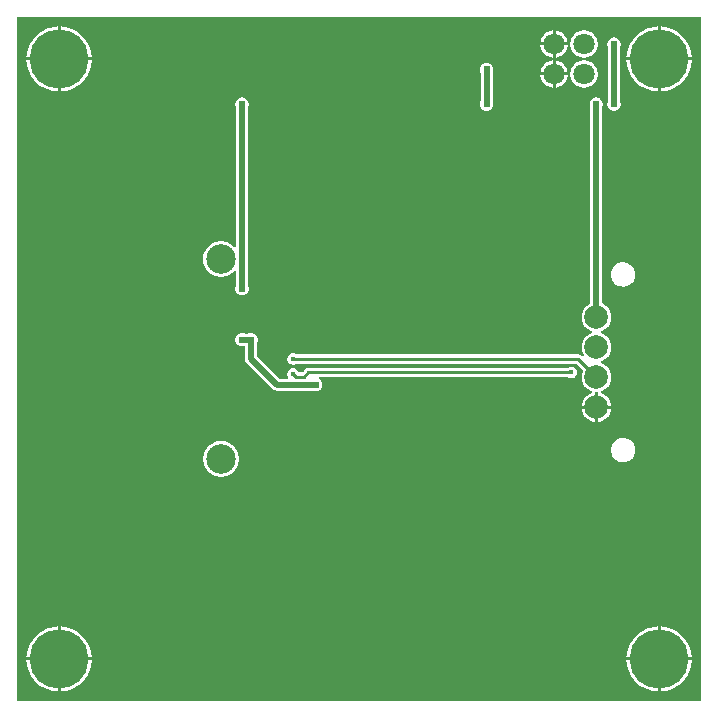
<source format=gbl>
G04 Layer: BottomLayer*
G04 Panelize: , Column: 2, Row: 2, Board Size: 58.42mm x 58.42mm, Panelized Board Size: 118.84mm x 118.84mm*
G04 EasyEDA v6.5.34, 2023-08-21 18:11:39*
G04 e033e4da8f4f40f2a2828097716e79b9,5a6b42c53f6a479593ecc07194224c93,10*
G04 Gerber Generator version 0.2*
G04 Scale: 100 percent, Rotated: No, Reflected: No *
G04 Dimensions in millimeters *
G04 leading zeros omitted , absolute positions ,4 integer and 5 decimal *
%FSLAX45Y45*%
%MOMM*%

%ADD10C,0.2540*%
%ADD11C,0.5000*%
%ADD12C,5.0000*%
%ADD13C,2.0000*%
%ADD14C,1.8000*%
%ADD15C,2.5000*%
%ADD16C,0.6096*%
%ADD17C,0.6100*%
%ADD18C,0.4500*%
%ADD19C,0.0107*%

%LPD*%
G36*
X5805932Y25908D02*
G01*
X36068Y26416D01*
X32156Y27178D01*
X28905Y29362D01*
X26670Y32664D01*
X25908Y36576D01*
X25908Y5805932D01*
X26670Y5809843D01*
X28905Y5813094D01*
X32156Y5815330D01*
X36068Y5816092D01*
X5805932Y5816092D01*
X5809843Y5815330D01*
X5813094Y5813094D01*
X5815330Y5809843D01*
X5816092Y5805932D01*
X5816092Y36068D01*
X5815330Y32207D01*
X5813094Y28905D01*
X5809843Y26670D01*
G37*

%LPC*%
G36*
X4584700Y5600700D02*
G01*
X4687112Y5600700D01*
X4686960Y5602528D01*
X4684268Y5616803D01*
X4679746Y5630672D01*
X4673549Y5643829D01*
X4665776Y5656122D01*
X4656480Y5667349D01*
X4645863Y5677306D01*
X4634077Y5685840D01*
X4621326Y5692851D01*
X4607814Y5698236D01*
X4593691Y5701842D01*
X4584700Y5702960D01*
G37*
G36*
X393700Y105562D02*
G01*
X398322Y105664D01*
X421284Y108051D01*
X443992Y112369D01*
X466242Y118618D01*
X487934Y126644D01*
X508812Y136499D01*
X528828Y148031D01*
X547827Y161239D01*
X565607Y175971D01*
X582117Y192125D01*
X597204Y209600D01*
X610819Y228295D01*
X622757Y248107D01*
X633018Y268782D01*
X641553Y290271D01*
X648208Y312369D01*
X653034Y334975D01*
X655929Y357936D01*
X656336Y368300D01*
X393700Y368300D01*
G37*
G36*
X5448300Y105613D02*
G01*
X5448300Y368300D01*
X5185410Y368300D01*
X5187289Y346405D01*
X5191150Y323646D01*
X5196890Y301244D01*
X5204460Y279450D01*
X5213858Y258317D01*
X5224983Y238099D01*
X5237784Y218846D01*
X5252161Y200710D01*
X5267960Y183896D01*
X5285130Y168402D01*
X5303520Y154432D01*
X5323027Y142087D01*
X5343499Y131368D01*
X5364835Y122428D01*
X5386781Y115265D01*
X5409285Y109982D01*
X5432145Y106629D01*
G37*
G36*
X368300Y105613D02*
G01*
X368300Y368300D01*
X105410Y368300D01*
X107289Y346405D01*
X111150Y323646D01*
X116890Y301244D01*
X124460Y279450D01*
X133858Y258317D01*
X144983Y238099D01*
X157784Y218846D01*
X172161Y200710D01*
X187960Y183896D01*
X205130Y168402D01*
X223520Y154432D01*
X243027Y142087D01*
X263499Y131368D01*
X284835Y122428D01*
X306781Y115265D01*
X329285Y109982D01*
X352145Y106629D01*
G37*
G36*
X5473700Y393700D02*
G01*
X5736336Y393700D01*
X5735929Y404063D01*
X5733034Y427024D01*
X5728208Y449630D01*
X5721553Y471728D01*
X5713018Y493217D01*
X5702757Y513892D01*
X5690819Y533704D01*
X5677204Y552348D01*
X5662117Y569874D01*
X5645607Y586028D01*
X5627827Y600760D01*
X5608828Y613968D01*
X5588812Y625500D01*
X5567934Y635355D01*
X5546242Y643382D01*
X5523992Y649630D01*
X5501284Y653948D01*
X5478322Y656336D01*
X5473700Y656437D01*
G37*
G36*
X393700Y393700D02*
G01*
X656336Y393700D01*
X655929Y404063D01*
X653034Y427024D01*
X648208Y449630D01*
X641553Y471728D01*
X633018Y493217D01*
X622757Y513892D01*
X610819Y533704D01*
X597204Y552348D01*
X582117Y569874D01*
X565607Y586028D01*
X547827Y600760D01*
X528828Y613968D01*
X508812Y625500D01*
X487934Y635355D01*
X466242Y643382D01*
X443992Y649630D01*
X421284Y653948D01*
X398322Y656336D01*
X393700Y656437D01*
G37*
G36*
X5185410Y393700D02*
G01*
X5448300Y393700D01*
X5448300Y656386D01*
X5432145Y655370D01*
X5409285Y652018D01*
X5386781Y646734D01*
X5364835Y639572D01*
X5343499Y630631D01*
X5323027Y619912D01*
X5303520Y607568D01*
X5285130Y593598D01*
X5267960Y578104D01*
X5252161Y561289D01*
X5237784Y543153D01*
X5224983Y523900D01*
X5213858Y503682D01*
X5204460Y482549D01*
X5196890Y460756D01*
X5191150Y438353D01*
X5187289Y415594D01*
G37*
G36*
X105410Y393700D02*
G01*
X368300Y393700D01*
X368300Y656386D01*
X352145Y655370D01*
X329285Y652018D01*
X306781Y646734D01*
X284835Y639572D01*
X263499Y630631D01*
X243027Y619912D01*
X223520Y607568D01*
X205130Y593598D01*
X187960Y578104D01*
X172161Y561289D01*
X157784Y543153D01*
X144983Y523900D01*
X133858Y503682D01*
X124460Y482549D01*
X116890Y460756D01*
X111150Y438353D01*
X107289Y415594D01*
G37*
G36*
X1752600Y1924812D02*
G01*
X1769516Y1925726D01*
X1786178Y1928571D01*
X1802434Y1933244D01*
X1818081Y1939747D01*
X1832864Y1947925D01*
X1846681Y1957730D01*
X1859280Y1969007D01*
X1870557Y1981606D01*
X1880362Y1995424D01*
X1888540Y2010206D01*
X1895043Y2025853D01*
X1899716Y2042109D01*
X1902561Y2058771D01*
X1903475Y2075688D01*
X1902561Y2092604D01*
X1899716Y2109266D01*
X1895043Y2125522D01*
X1888540Y2141169D01*
X1880362Y2155952D01*
X1870557Y2169769D01*
X1859280Y2182368D01*
X1846681Y2193645D01*
X1832864Y2203450D01*
X1818081Y2211628D01*
X1802434Y2218131D01*
X1786178Y2222804D01*
X1769516Y2225649D01*
X1752600Y2226564D01*
X1735734Y2225649D01*
X1719021Y2222804D01*
X1702765Y2218131D01*
X1687118Y2211628D01*
X1672336Y2203450D01*
X1658518Y2193645D01*
X1645920Y2182368D01*
X1634642Y2169769D01*
X1624838Y2155952D01*
X1616659Y2141169D01*
X1610207Y2125522D01*
X1605483Y2109266D01*
X1602689Y2092604D01*
X1601724Y2075688D01*
X1602689Y2058771D01*
X1605483Y2042109D01*
X1610207Y2025853D01*
X1616659Y2010206D01*
X1624838Y1995424D01*
X1634642Y1981606D01*
X1645920Y1969007D01*
X1658518Y1957730D01*
X1672336Y1947925D01*
X1687118Y1939747D01*
X1702765Y1933244D01*
X1719021Y1928571D01*
X1735734Y1925726D01*
G37*
G36*
X5152745Y2046274D02*
G01*
X5166563Y2046732D01*
X5180177Y2049018D01*
X5193385Y2053132D01*
X5205933Y2058924D01*
X5217566Y2066391D01*
X5228082Y2075281D01*
X5237378Y2085543D01*
X5245201Y2096922D01*
X5251399Y2109216D01*
X5255920Y2122271D01*
X5258663Y2135835D01*
X5259628Y2149602D01*
X5258663Y2163368D01*
X5255920Y2176932D01*
X5251399Y2189937D01*
X5245201Y2202281D01*
X5237378Y2213660D01*
X5228082Y2223922D01*
X5217566Y2232812D01*
X5205933Y2240280D01*
X5193385Y2246071D01*
X5180177Y2250186D01*
X5166563Y2252472D01*
X5152745Y2252929D01*
X5139029Y2251557D01*
X5125618Y2248357D01*
X5112715Y2243378D01*
X5100574Y2236724D01*
X5089499Y2228545D01*
X5079542Y2218944D01*
X5071008Y2208123D01*
X5063947Y2196236D01*
X5058562Y2183536D01*
X5054904Y2170176D01*
X5053076Y2156510D01*
X5053076Y2142693D01*
X5054904Y2129028D01*
X5058562Y2115667D01*
X5063947Y2102967D01*
X5071008Y2091080D01*
X5079542Y2080260D01*
X5089499Y2070658D01*
X5100574Y2062480D01*
X5112715Y2055825D01*
X5125618Y2050846D01*
X5139029Y2047646D01*
G37*
G36*
X4943906Y2387041D02*
G01*
X4946396Y2387193D01*
X4961331Y2389936D01*
X4975860Y2394458D01*
X4989728Y2400706D01*
X5002733Y2408580D01*
X5014722Y2417927D01*
X5025440Y2428697D01*
X5034838Y2440635D01*
X5042662Y2453690D01*
X5048910Y2467508D01*
X5053431Y2482037D01*
X5056174Y2496972D01*
X5056327Y2499461D01*
X4943906Y2499461D01*
G37*
G36*
X4918506Y2387041D02*
G01*
X4918506Y2499461D01*
X4806086Y2499461D01*
X4806238Y2496972D01*
X4808982Y2482037D01*
X4813503Y2467508D01*
X4819751Y2453690D01*
X4827625Y2440635D01*
X4836972Y2428697D01*
X4847742Y2417927D01*
X4859680Y2408580D01*
X4872736Y2400706D01*
X4886553Y2394458D01*
X4901082Y2389936D01*
X4916017Y2387193D01*
G37*
G36*
X4806086Y2524861D02*
G01*
X4918506Y2524861D01*
X4918506Y2630271D01*
X4919268Y2634132D01*
X4921504Y2637434D01*
X4924806Y2639618D01*
X4928666Y2640431D01*
X4933746Y2640431D01*
X4937658Y2639618D01*
X4940960Y2637434D01*
X4943144Y2634132D01*
X4943906Y2630271D01*
X4943906Y2524861D01*
X5056327Y2524861D01*
X5056174Y2527350D01*
X5053431Y2542286D01*
X5048910Y2556814D01*
X5042662Y2570683D01*
X5034838Y2583688D01*
X5025440Y2595626D01*
X5014722Y2606395D01*
X5002733Y2615793D01*
X4989728Y2623616D01*
X4975809Y2629916D01*
X4972659Y2632151D01*
X4970526Y2635351D01*
X4969814Y2639161D01*
X4970526Y2642971D01*
X4972659Y2646222D01*
X4975809Y2648458D01*
X4989728Y2654706D01*
X5002733Y2662580D01*
X5014722Y2671927D01*
X5025440Y2682697D01*
X5034838Y2694635D01*
X5042662Y2707690D01*
X5048910Y2721508D01*
X5053431Y2736037D01*
X5056174Y2750972D01*
X5057089Y2766161D01*
X5056174Y2781350D01*
X5053431Y2796286D01*
X5048910Y2810814D01*
X5042662Y2824683D01*
X5034838Y2837688D01*
X5025440Y2849626D01*
X5014722Y2860395D01*
X5002733Y2869793D01*
X4989728Y2877616D01*
X4975809Y2883916D01*
X4972659Y2886151D01*
X4970526Y2889351D01*
X4969814Y2893161D01*
X4970526Y2896971D01*
X4972659Y2900222D01*
X4975809Y2902458D01*
X4989728Y2908706D01*
X5002733Y2916580D01*
X5014722Y2925927D01*
X5025440Y2936697D01*
X5034838Y2948635D01*
X5042662Y2961690D01*
X5048910Y2975508D01*
X5053431Y2990037D01*
X5056174Y3004972D01*
X5057089Y3020161D01*
X5056174Y3035350D01*
X5053431Y3050286D01*
X5048910Y3064814D01*
X5042662Y3078683D01*
X5034838Y3091688D01*
X5025440Y3103626D01*
X5014722Y3114395D01*
X5002733Y3123793D01*
X4989728Y3131616D01*
X4975809Y3137916D01*
X4972659Y3140151D01*
X4970526Y3143351D01*
X4969814Y3147161D01*
X4970526Y3150971D01*
X4972659Y3154222D01*
X4975809Y3156458D01*
X4989728Y3162706D01*
X5002733Y3170580D01*
X5014722Y3179927D01*
X5025440Y3190697D01*
X5034838Y3202635D01*
X5042662Y3215690D01*
X5048910Y3229508D01*
X5053431Y3244037D01*
X5056174Y3258972D01*
X5057089Y3274161D01*
X5056174Y3289350D01*
X5053431Y3304286D01*
X5048910Y3318814D01*
X5042662Y3332683D01*
X5034838Y3345687D01*
X5025440Y3357626D01*
X5014722Y3368395D01*
X5002733Y3377793D01*
X4989728Y3385616D01*
X4988102Y3386378D01*
X4984953Y3388614D01*
X4982870Y3391814D01*
X4982108Y3395624D01*
X4982108Y5059680D01*
X4982464Y5062270D01*
X4984597Y5070195D01*
X4985461Y5080000D01*
X4984597Y5089753D01*
X4982057Y5099253D01*
X4977892Y5108143D01*
X4972253Y5116220D01*
X4965293Y5123129D01*
X4957267Y5128768D01*
X4948377Y5132933D01*
X4938877Y5135473D01*
X4929073Y5136337D01*
X4919319Y5135473D01*
X4909820Y5132933D01*
X4900930Y5128768D01*
X4892852Y5123129D01*
X4885944Y5116220D01*
X4880305Y5108143D01*
X4876139Y5099253D01*
X4873599Y5089753D01*
X4872736Y5080000D01*
X4873599Y5070195D01*
X4876139Y5060696D01*
X4879340Y5053838D01*
X4880305Y5049520D01*
X4880305Y3395624D01*
X4879543Y3391814D01*
X4877460Y3388563D01*
X4859680Y3377793D01*
X4847742Y3368395D01*
X4836972Y3357626D01*
X4827625Y3345687D01*
X4819751Y3332683D01*
X4813503Y3318814D01*
X4808982Y3304286D01*
X4806238Y3289350D01*
X4805324Y3274161D01*
X4806238Y3258972D01*
X4808982Y3244037D01*
X4813503Y3229508D01*
X4819751Y3215690D01*
X4827625Y3202635D01*
X4836972Y3190697D01*
X4847742Y3179927D01*
X4859680Y3170580D01*
X4872736Y3162706D01*
X4886655Y3156458D01*
X4889804Y3154222D01*
X4891887Y3150971D01*
X4892649Y3147161D01*
X4891887Y3143351D01*
X4889804Y3140151D01*
X4886655Y3137916D01*
X4872736Y3131616D01*
X4859680Y3123793D01*
X4847742Y3114395D01*
X4836972Y3103626D01*
X4827625Y3091688D01*
X4819751Y3078683D01*
X4813503Y3064814D01*
X4808982Y3050286D01*
X4806238Y3035350D01*
X4805324Y3020161D01*
X4806238Y3004972D01*
X4808982Y2990037D01*
X4813503Y2975508D01*
X4819751Y2961690D01*
X4821478Y2958846D01*
X4822850Y2954883D01*
X4822494Y2950718D01*
X4820564Y2947060D01*
X4817262Y2944469D01*
X4813198Y2943402D01*
X4809083Y2944114D01*
X4805578Y2946400D01*
X4804054Y2947924D01*
X4797806Y2953054D01*
X4791151Y2956610D01*
X4783886Y2958795D01*
X4775860Y2959608D01*
X2394204Y2959608D01*
X2391460Y2960014D01*
X2388870Y2961132D01*
X2383739Y2964281D01*
X2375458Y2967532D01*
X2366670Y2969158D01*
X2357729Y2969158D01*
X2348941Y2967532D01*
X2340660Y2964281D01*
X2333040Y2959608D01*
X2326436Y2953562D01*
X2321102Y2946450D01*
X2317089Y2938475D01*
X2314651Y2929890D01*
X2313838Y2921000D01*
X2314651Y2912110D01*
X2317089Y2903524D01*
X2321102Y2895549D01*
X2326436Y2888437D01*
X2333040Y2882392D01*
X2340660Y2877718D01*
X2348941Y2874467D01*
X2357729Y2872841D01*
X2366670Y2872841D01*
X2375458Y2874467D01*
X2383739Y2877718D01*
X2388870Y2880868D01*
X2391410Y2881985D01*
X2394204Y2882392D01*
X4756200Y2882392D01*
X4760061Y2881630D01*
X4763363Y2879394D01*
X4814265Y2828493D01*
X4816500Y2825089D01*
X4817262Y2821127D01*
X4816348Y2817164D01*
X4813503Y2810814D01*
X4808982Y2796286D01*
X4806238Y2781350D01*
X4805324Y2766161D01*
X4806238Y2750972D01*
X4808982Y2736037D01*
X4813503Y2721508D01*
X4819751Y2707690D01*
X4827625Y2694635D01*
X4836972Y2682697D01*
X4847742Y2671927D01*
X4859680Y2662580D01*
X4872736Y2654706D01*
X4886655Y2648458D01*
X4889804Y2646222D01*
X4891887Y2642971D01*
X4892649Y2639161D01*
X4891887Y2635351D01*
X4889804Y2632151D01*
X4886655Y2629916D01*
X4872736Y2623616D01*
X4859680Y2615793D01*
X4847742Y2606395D01*
X4836972Y2595626D01*
X4827625Y2583688D01*
X4819751Y2570683D01*
X4813503Y2556814D01*
X4808982Y2542286D01*
X4806238Y2527350D01*
G37*
G36*
X4456887Y5600700D02*
G01*
X4559300Y5600700D01*
X4559300Y5702960D01*
X4550308Y5701842D01*
X4536186Y5698236D01*
X4522673Y5692851D01*
X4509922Y5685840D01*
X4498136Y5677306D01*
X4487519Y5667349D01*
X4478223Y5656122D01*
X4470450Y5643829D01*
X4464253Y5630672D01*
X4459732Y5616803D01*
X4457039Y5602528D01*
G37*
G36*
X2552700Y2647950D02*
G01*
X2562504Y2648813D01*
X2571953Y2651353D01*
X2580894Y2655468D01*
X2588920Y2661107D01*
X2595880Y2668066D01*
X2601518Y2676093D01*
X2605633Y2685034D01*
X2608173Y2694482D01*
X2609037Y2704287D01*
X2608173Y2714091D01*
X2605633Y2723540D01*
X2601518Y2732481D01*
X2595880Y2740507D01*
X2588920Y2747467D01*
X2585872Y2749600D01*
X2582976Y2752699D01*
X2581605Y2756763D01*
X2581960Y2760980D01*
X2584094Y2764688D01*
X2587498Y2767177D01*
X2591663Y2768092D01*
X4685741Y2768092D01*
X4688535Y2767685D01*
X4691075Y2766568D01*
X4696206Y2763418D01*
X4704486Y2760167D01*
X4713274Y2758541D01*
X4722215Y2758541D01*
X4731004Y2760167D01*
X4739284Y2763418D01*
X4746904Y2768092D01*
X4753508Y2774137D01*
X4758842Y2781249D01*
X4762855Y2789224D01*
X4765294Y2797810D01*
X4766106Y2806700D01*
X4765294Y2815590D01*
X4762855Y2824175D01*
X4758842Y2832150D01*
X4753508Y2839262D01*
X4746904Y2845308D01*
X4739284Y2849981D01*
X4731004Y2853232D01*
X4722215Y2854858D01*
X4713274Y2854858D01*
X4704486Y2853232D01*
X4696206Y2849981D01*
X4691075Y2846832D01*
X4688535Y2845714D01*
X4685741Y2845308D01*
X2489708Y2845308D01*
X2481681Y2844495D01*
X2474468Y2842310D01*
X2467762Y2838754D01*
X2461564Y2833624D01*
X2438095Y2810154D01*
X2434793Y2807970D01*
X2430881Y2807208D01*
X2415692Y2807208D01*
X2412034Y2807868D01*
X2408885Y2809849D01*
X2406599Y2812846D01*
X2403297Y2819450D01*
X2397912Y2826562D01*
X2391359Y2832608D01*
X2383739Y2837281D01*
X2375408Y2840532D01*
X2366670Y2842158D01*
X2357729Y2842158D01*
X2348941Y2840532D01*
X2340660Y2837281D01*
X2333040Y2832608D01*
X2326436Y2826562D01*
X2321052Y2819450D01*
X2317089Y2811475D01*
X2314651Y2802890D01*
X2313838Y2794000D01*
X2314651Y2785110D01*
X2317089Y2776524D01*
X2320391Y2769870D01*
X2321458Y2765907D01*
X2320848Y2761843D01*
X2318664Y2758389D01*
X2315311Y2756052D01*
X2311298Y2755188D01*
X2247798Y2755188D01*
X2243937Y2755950D01*
X2240635Y2758186D01*
X2060498Y2938322D01*
X2058314Y2941574D01*
X2057501Y2945485D01*
X2057501Y3059430D01*
X2058466Y3063697D01*
X2059533Y3066034D01*
X2062073Y3075482D01*
X2062937Y3085287D01*
X2062073Y3095091D01*
X2059533Y3104540D01*
X2055418Y3113481D01*
X2049780Y3121507D01*
X2042820Y3128467D01*
X2034793Y3134106D01*
X2025853Y3138220D01*
X2016404Y3140760D01*
X2006600Y3141624D01*
X1996795Y3140760D01*
X1987346Y3138220D01*
X1985010Y3137154D01*
X1980692Y3136188D01*
X1956307Y3136188D01*
X1951989Y3137154D01*
X1949653Y3138220D01*
X1940204Y3140760D01*
X1930400Y3141624D01*
X1920595Y3140760D01*
X1911146Y3138220D01*
X1902206Y3134106D01*
X1894179Y3128467D01*
X1887220Y3121507D01*
X1881581Y3113481D01*
X1877466Y3104540D01*
X1874926Y3095091D01*
X1874062Y3085287D01*
X1874926Y3075482D01*
X1877466Y3066034D01*
X1881581Y3057093D01*
X1887220Y3049066D01*
X1894179Y3042107D01*
X1902206Y3036468D01*
X1911146Y3032353D01*
X1920595Y3029813D01*
X1930400Y3028950D01*
X1940204Y3029813D01*
X1942896Y3030524D01*
X1946605Y3030829D01*
X1950161Y3029762D01*
X1953107Y3027527D01*
X1955038Y3024378D01*
X1955698Y3020720D01*
X1955698Y2920390D01*
X1955901Y2915767D01*
X1956511Y2911348D01*
X1957425Y2907030D01*
X1958797Y2902762D01*
X1960473Y2898698D01*
X1962556Y2894736D01*
X1964943Y2890977D01*
X1967636Y2887472D01*
X1970786Y2884017D01*
X2186381Y2668473D01*
X2189784Y2665323D01*
X2193340Y2662580D01*
X2197049Y2660192D01*
X2201011Y2658160D01*
X2205126Y2656484D01*
X2209342Y2655112D01*
X2213660Y2654147D01*
X2218080Y2653588D01*
X2222754Y2653385D01*
X2526792Y2653385D01*
X2531059Y2652420D01*
X2533446Y2651353D01*
X2542895Y2648813D01*
G37*
G36*
X105410Y5473700D02*
G01*
X368300Y5473700D01*
X368300Y5736386D01*
X352145Y5735370D01*
X329285Y5732018D01*
X306781Y5726734D01*
X284835Y5719572D01*
X263499Y5710631D01*
X243027Y5699912D01*
X223520Y5687568D01*
X205130Y5673598D01*
X187960Y5658104D01*
X172161Y5641289D01*
X157784Y5623153D01*
X144983Y5603900D01*
X133858Y5583682D01*
X124460Y5562549D01*
X116890Y5540756D01*
X111150Y5518353D01*
X107289Y5495594D01*
G37*
G36*
X5185410Y5473700D02*
G01*
X5448300Y5473700D01*
X5448300Y5736386D01*
X5432145Y5735370D01*
X5409285Y5732018D01*
X5386781Y5726734D01*
X5364835Y5719572D01*
X5343499Y5710631D01*
X5323027Y5699912D01*
X5303520Y5687568D01*
X5285130Y5673598D01*
X5267960Y5658104D01*
X5252161Y5641289D01*
X5237784Y5623153D01*
X5224983Y5603900D01*
X5213858Y5583682D01*
X5204460Y5562549D01*
X5196890Y5540756D01*
X5191150Y5518353D01*
X5187289Y5495594D01*
G37*
G36*
X393700Y5473700D02*
G01*
X656336Y5473700D01*
X655929Y5484063D01*
X653034Y5507024D01*
X648208Y5529630D01*
X641553Y5551728D01*
X633018Y5573217D01*
X622757Y5593892D01*
X610819Y5613704D01*
X597204Y5632348D01*
X582117Y5649874D01*
X565607Y5666028D01*
X547827Y5680760D01*
X528828Y5693968D01*
X508812Y5705500D01*
X487934Y5715355D01*
X466242Y5723382D01*
X443992Y5729630D01*
X421284Y5733948D01*
X398322Y5736336D01*
X393700Y5736437D01*
G37*
G36*
X5473700Y5473700D02*
G01*
X5736336Y5473700D01*
X5735929Y5484063D01*
X5733034Y5507024D01*
X5728208Y5529630D01*
X5721553Y5551728D01*
X5713018Y5573217D01*
X5702757Y5593892D01*
X5690819Y5613704D01*
X5677204Y5632348D01*
X5662117Y5649874D01*
X5645607Y5666028D01*
X5627827Y5680760D01*
X5608828Y5693968D01*
X5588812Y5705500D01*
X5567934Y5715355D01*
X5546242Y5723382D01*
X5523992Y5729630D01*
X5501284Y5733948D01*
X5478322Y5736336D01*
X5473700Y5736437D01*
G37*
G36*
X4559300Y5473039D02*
G01*
X4559300Y5575300D01*
X4456887Y5575300D01*
X4457039Y5573471D01*
X4459732Y5559196D01*
X4464253Y5545328D01*
X4470450Y5532170D01*
X4478223Y5519877D01*
X4487519Y5508650D01*
X4498136Y5498693D01*
X4509922Y5490159D01*
X4522673Y5483148D01*
X4536186Y5477764D01*
X4550308Y5474157D01*
G37*
G36*
X4584700Y5473039D02*
G01*
X4593691Y5474157D01*
X4607814Y5477764D01*
X4621326Y5483148D01*
X4634077Y5490159D01*
X4645863Y5498693D01*
X4656480Y5508650D01*
X4665776Y5519877D01*
X4673549Y5532170D01*
X4679746Y5545328D01*
X4684268Y5559196D01*
X4686960Y5573471D01*
X4687112Y5575300D01*
X4584700Y5575300D01*
G37*
G36*
X4818735Y5472328D02*
G01*
X4833264Y5472328D01*
X4847691Y5474157D01*
X4861814Y5477764D01*
X4875326Y5483148D01*
X4888077Y5490159D01*
X4899863Y5498693D01*
X4910480Y5508650D01*
X4919776Y5519877D01*
X4927549Y5532170D01*
X4933746Y5545328D01*
X4938268Y5559196D01*
X4940960Y5573471D01*
X4941874Y5588000D01*
X4940960Y5602528D01*
X4938268Y5616803D01*
X4933746Y5630672D01*
X4927549Y5643829D01*
X4919776Y5656122D01*
X4910480Y5667349D01*
X4899863Y5677306D01*
X4888077Y5685840D01*
X4875326Y5692851D01*
X4861814Y5698236D01*
X4847691Y5701842D01*
X4833264Y5703671D01*
X4818735Y5703671D01*
X4804308Y5701842D01*
X4790186Y5698236D01*
X4776673Y5692851D01*
X4763922Y5685840D01*
X4752136Y5677306D01*
X4741519Y5667349D01*
X4732223Y5656122D01*
X4724450Y5643829D01*
X4718253Y5630672D01*
X4713732Y5616803D01*
X4711039Y5602528D01*
X4710125Y5588000D01*
X4711039Y5573471D01*
X4713732Y5559196D01*
X4718253Y5545328D01*
X4724450Y5532170D01*
X4732223Y5519877D01*
X4741519Y5508650D01*
X4752136Y5498693D01*
X4763922Y5490159D01*
X4776673Y5483148D01*
X4790186Y5477764D01*
X4804308Y5474157D01*
G37*
G36*
X5473700Y105562D02*
G01*
X5478322Y105664D01*
X5501284Y108051D01*
X5523992Y112369D01*
X5546242Y118618D01*
X5567934Y126644D01*
X5588812Y136499D01*
X5608828Y148031D01*
X5627827Y161239D01*
X5645607Y175971D01*
X5662117Y192125D01*
X5677204Y209600D01*
X5690819Y228295D01*
X5702757Y248107D01*
X5713018Y268782D01*
X5721553Y290271D01*
X5728208Y312369D01*
X5733034Y334975D01*
X5735929Y357936D01*
X5736336Y368300D01*
X5473700Y368300D01*
G37*
G36*
X5152745Y3533343D02*
G01*
X5166563Y3533851D01*
X5180177Y3536137D01*
X5193385Y3540201D01*
X5205933Y3546043D01*
X5217566Y3553460D01*
X5228082Y3562400D01*
X5237378Y3572611D01*
X5245201Y3583990D01*
X5251399Y3596335D01*
X5255920Y3609390D01*
X5258663Y3622903D01*
X5259628Y3636670D01*
X5258663Y3650487D01*
X5255920Y3664000D01*
X5251399Y3677056D01*
X5245201Y3689400D01*
X5237378Y3700779D01*
X5228082Y3710990D01*
X5217566Y3719931D01*
X5205933Y3727348D01*
X5193385Y3733190D01*
X5180177Y3737254D01*
X5166563Y3739540D01*
X5152745Y3740048D01*
X5139029Y3738626D01*
X5125618Y3735425D01*
X5112715Y3730498D01*
X5100574Y3723843D01*
X5089499Y3715664D01*
X5079542Y3706063D01*
X5071008Y3695192D01*
X5063947Y3683304D01*
X5058562Y3670604D01*
X5054904Y3657295D01*
X5053076Y3643579D01*
X5053076Y3629812D01*
X5054904Y3616096D01*
X5058562Y3602786D01*
X5063947Y3590086D01*
X5071008Y3578199D01*
X5079542Y3567328D01*
X5089499Y3557727D01*
X5100574Y3549548D01*
X5112715Y3542893D01*
X5125618Y3537965D01*
X5139029Y3534765D01*
G37*
G36*
X4456887Y5346700D02*
G01*
X4559300Y5346700D01*
X4559300Y5448960D01*
X4550308Y5447842D01*
X4536186Y5444236D01*
X4522673Y5438851D01*
X4509922Y5431840D01*
X4498136Y5423306D01*
X4487519Y5413349D01*
X4478223Y5402122D01*
X4470450Y5389829D01*
X4464253Y5376672D01*
X4459732Y5362803D01*
X4457039Y5348528D01*
G37*
G36*
X4584700Y5346700D02*
G01*
X4687112Y5346700D01*
X4686960Y5348528D01*
X4684268Y5362803D01*
X4679746Y5376672D01*
X4673549Y5389829D01*
X4665776Y5402122D01*
X4656480Y5413349D01*
X4645863Y5423306D01*
X4634077Y5431840D01*
X4621326Y5438851D01*
X4607814Y5444236D01*
X4593691Y5447842D01*
X4584700Y5448960D01*
G37*
G36*
X4000500Y5023612D02*
G01*
X4010304Y5024475D01*
X4019753Y5027015D01*
X4028694Y5031181D01*
X4036720Y5036820D01*
X4043679Y5043728D01*
X4049318Y5051806D01*
X4053433Y5060696D01*
X4055973Y5070195D01*
X4056837Y5079949D01*
X4055973Y5089753D01*
X4053433Y5099253D01*
X4052366Y5101590D01*
X4051401Y5105857D01*
X4051401Y5346192D01*
X4052366Y5350510D01*
X4053433Y5352846D01*
X4055973Y5362295D01*
X4056837Y5372100D01*
X4055973Y5381904D01*
X4053433Y5391353D01*
X4049318Y5400294D01*
X4043679Y5408320D01*
X4036720Y5415280D01*
X4028694Y5420918D01*
X4019753Y5425033D01*
X4010304Y5427573D01*
X4000500Y5428437D01*
X3990695Y5427573D01*
X3981246Y5425033D01*
X3972306Y5420918D01*
X3964279Y5415280D01*
X3957320Y5408320D01*
X3951681Y5400294D01*
X3947566Y5391353D01*
X3945026Y5381904D01*
X3944162Y5372100D01*
X3945026Y5362295D01*
X3947566Y5352846D01*
X3948633Y5350510D01*
X3949598Y5346192D01*
X3949598Y5105857D01*
X3948633Y5101590D01*
X3947566Y5099253D01*
X3945026Y5089753D01*
X3944162Y5079949D01*
X3945026Y5070195D01*
X3947566Y5060696D01*
X3951681Y5051806D01*
X3957320Y5043728D01*
X3964279Y5036820D01*
X3972306Y5031181D01*
X3981246Y5027015D01*
X3990695Y5024475D01*
G37*
G36*
X5080000Y5023612D02*
G01*
X5089804Y5024475D01*
X5099253Y5027015D01*
X5108194Y5031181D01*
X5116220Y5036820D01*
X5123180Y5043728D01*
X5128818Y5051806D01*
X5132933Y5060696D01*
X5135473Y5070195D01*
X5136337Y5079949D01*
X5135473Y5089753D01*
X5132933Y5099253D01*
X5131866Y5101590D01*
X5130901Y5105908D01*
X5130901Y5562041D01*
X5131866Y5566359D01*
X5132933Y5568746D01*
X5135473Y5578195D01*
X5136337Y5588000D01*
X5135473Y5597804D01*
X5132933Y5607253D01*
X5128818Y5616194D01*
X5123180Y5624220D01*
X5116220Y5631180D01*
X5108194Y5636818D01*
X5099253Y5640933D01*
X5089804Y5643473D01*
X5080000Y5644337D01*
X5070195Y5643473D01*
X5060746Y5640933D01*
X5051806Y5636818D01*
X5043779Y5631180D01*
X5036820Y5624220D01*
X5031181Y5616194D01*
X5027066Y5607253D01*
X5024526Y5597804D01*
X5023662Y5588000D01*
X5024526Y5578195D01*
X5027066Y5568746D01*
X5028133Y5566410D01*
X5029098Y5562142D01*
X5029098Y5105857D01*
X5028133Y5101539D01*
X5027066Y5099253D01*
X5024526Y5089753D01*
X5023662Y5079949D01*
X5024526Y5070195D01*
X5027066Y5060696D01*
X5031181Y5051806D01*
X5036820Y5043728D01*
X5043779Y5036820D01*
X5051806Y5031181D01*
X5060746Y5027015D01*
X5070195Y5024475D01*
G37*
G36*
X5473700Y5185562D02*
G01*
X5478322Y5185664D01*
X5501284Y5188051D01*
X5523992Y5192369D01*
X5546242Y5198618D01*
X5567934Y5206644D01*
X5588812Y5216499D01*
X5608828Y5228031D01*
X5627827Y5241239D01*
X5645607Y5255971D01*
X5662117Y5272125D01*
X5677204Y5289600D01*
X5690819Y5308295D01*
X5702757Y5328107D01*
X5713018Y5348782D01*
X5721553Y5370271D01*
X5728208Y5392369D01*
X5733034Y5414975D01*
X5735929Y5437936D01*
X5736336Y5448300D01*
X5473700Y5448300D01*
G37*
G36*
X393700Y5185562D02*
G01*
X398322Y5185664D01*
X421284Y5188051D01*
X443992Y5192369D01*
X466242Y5198618D01*
X487934Y5206644D01*
X508812Y5216499D01*
X528828Y5228031D01*
X547827Y5241239D01*
X565607Y5255971D01*
X582117Y5272125D01*
X597204Y5289600D01*
X610819Y5308295D01*
X622757Y5328107D01*
X633018Y5348782D01*
X641553Y5370271D01*
X648208Y5392369D01*
X653034Y5414975D01*
X655929Y5437936D01*
X656336Y5448300D01*
X393700Y5448300D01*
G37*
G36*
X5448300Y5185613D02*
G01*
X5448300Y5448300D01*
X5185410Y5448300D01*
X5187289Y5426405D01*
X5191150Y5403646D01*
X5196890Y5381244D01*
X5204460Y5359450D01*
X5213858Y5338318D01*
X5224983Y5318099D01*
X5237784Y5298846D01*
X5252161Y5280710D01*
X5267960Y5263896D01*
X5285130Y5248402D01*
X5303520Y5234432D01*
X5323027Y5222087D01*
X5343499Y5211368D01*
X5364835Y5202428D01*
X5386781Y5195265D01*
X5409285Y5189982D01*
X5432145Y5186629D01*
G37*
G36*
X368300Y5185613D02*
G01*
X368300Y5448300D01*
X105410Y5448300D01*
X107289Y5426405D01*
X111150Y5403646D01*
X116890Y5381244D01*
X124460Y5359450D01*
X133858Y5338318D01*
X144983Y5318099D01*
X157784Y5298846D01*
X172161Y5280710D01*
X187960Y5263896D01*
X205130Y5248402D01*
X223520Y5234432D01*
X243027Y5222087D01*
X263499Y5211368D01*
X284835Y5202428D01*
X306781Y5195265D01*
X329285Y5189982D01*
X352145Y5186629D01*
G37*
G36*
X4818735Y5218328D02*
G01*
X4833264Y5218328D01*
X4847691Y5220157D01*
X4861814Y5223764D01*
X4875326Y5229148D01*
X4888077Y5236159D01*
X4899863Y5244693D01*
X4910480Y5254650D01*
X4919776Y5265877D01*
X4927549Y5278170D01*
X4933746Y5291328D01*
X4938268Y5305196D01*
X4940960Y5319471D01*
X4941874Y5334000D01*
X4940960Y5348528D01*
X4938268Y5362803D01*
X4933746Y5376672D01*
X4927549Y5389829D01*
X4919776Y5402122D01*
X4910480Y5413349D01*
X4899863Y5423306D01*
X4888077Y5431840D01*
X4875326Y5438851D01*
X4861814Y5444236D01*
X4847691Y5447842D01*
X4833264Y5449671D01*
X4818735Y5449671D01*
X4804308Y5447842D01*
X4790186Y5444236D01*
X4776673Y5438851D01*
X4763922Y5431840D01*
X4752136Y5423306D01*
X4741519Y5413349D01*
X4732223Y5402122D01*
X4724450Y5389829D01*
X4718253Y5376672D01*
X4713732Y5362803D01*
X4711039Y5348528D01*
X4710125Y5334000D01*
X4711039Y5319471D01*
X4713732Y5305196D01*
X4718253Y5291328D01*
X4724450Y5278170D01*
X4732223Y5265877D01*
X4741519Y5254650D01*
X4752136Y5244693D01*
X4763922Y5236159D01*
X4776673Y5229148D01*
X4790186Y5223764D01*
X4804308Y5220157D01*
G37*
G36*
X4584700Y5219039D02*
G01*
X4593691Y5220157D01*
X4607814Y5223764D01*
X4621326Y5229148D01*
X4634077Y5236159D01*
X4645863Y5244693D01*
X4656480Y5254650D01*
X4665776Y5265877D01*
X4673549Y5278170D01*
X4679746Y5291328D01*
X4684268Y5305196D01*
X4686960Y5319471D01*
X4687112Y5321300D01*
X4584700Y5321300D01*
G37*
G36*
X4559300Y5219039D02*
G01*
X4559300Y5321300D01*
X4456887Y5321300D01*
X4457039Y5319471D01*
X4459732Y5305196D01*
X4464253Y5291328D01*
X4470450Y5278170D01*
X4478223Y5265877D01*
X4487519Y5254650D01*
X4498136Y5244693D01*
X4509922Y5236159D01*
X4522673Y5229148D01*
X4536186Y5223764D01*
X4550308Y5220157D01*
G37*
G36*
X1930400Y3460750D02*
G01*
X1940204Y3461613D01*
X1949653Y3464153D01*
X1958593Y3468268D01*
X1966620Y3473907D01*
X1973580Y3480866D01*
X1979218Y3488893D01*
X1983333Y3497834D01*
X1985873Y3507282D01*
X1986737Y3517087D01*
X1985873Y3526891D01*
X1983333Y3536340D01*
X1982266Y3538677D01*
X1981301Y3542944D01*
X1981301Y5054041D01*
X1982266Y5058308D01*
X1983384Y5060696D01*
X1985924Y5070195D01*
X1986788Y5080000D01*
X1985924Y5089804D01*
X1983384Y5099304D01*
X1979218Y5108194D01*
X1973630Y5116220D01*
X1966671Y5123180D01*
X1958593Y5128818D01*
X1949704Y5132984D01*
X1940204Y5135524D01*
X1930450Y5136388D01*
X1920646Y5135524D01*
X1911146Y5132984D01*
X1902256Y5128818D01*
X1894179Y5123180D01*
X1887220Y5116220D01*
X1881632Y5108194D01*
X1877466Y5099304D01*
X1874926Y5089804D01*
X1874062Y5080000D01*
X1874926Y5070195D01*
X1877466Y5060696D01*
X1878533Y5058359D01*
X1879498Y5054092D01*
X1879498Y3874922D01*
X1878685Y3870909D01*
X1876399Y3867607D01*
X1872945Y3865422D01*
X1868982Y3864762D01*
X1865020Y3865727D01*
X1861769Y3868115D01*
X1857400Y3872992D01*
X1844802Y3884269D01*
X1830984Y3894074D01*
X1816201Y3902252D01*
X1800555Y3908755D01*
X1784299Y3913428D01*
X1767586Y3916273D01*
X1750720Y3917187D01*
X1733804Y3916273D01*
X1717141Y3913428D01*
X1700885Y3908755D01*
X1685239Y3902252D01*
X1670456Y3894074D01*
X1656638Y3884269D01*
X1644040Y3872992D01*
X1632762Y3860393D01*
X1622958Y3846576D01*
X1614779Y3831793D01*
X1608277Y3816146D01*
X1603603Y3799890D01*
X1600758Y3783228D01*
X1599844Y3766312D01*
X1600758Y3749395D01*
X1603603Y3732733D01*
X1608277Y3716477D01*
X1614779Y3700830D01*
X1622958Y3686048D01*
X1632762Y3672230D01*
X1644040Y3659632D01*
X1656638Y3648354D01*
X1670456Y3638550D01*
X1685239Y3630371D01*
X1700885Y3623868D01*
X1717141Y3619195D01*
X1733804Y3616350D01*
X1750720Y3615436D01*
X1767586Y3616350D01*
X1784299Y3619195D01*
X1800555Y3623868D01*
X1816201Y3630371D01*
X1830984Y3638550D01*
X1844802Y3648354D01*
X1857400Y3659632D01*
X1861769Y3664508D01*
X1865020Y3666896D01*
X1868982Y3667861D01*
X1872945Y3667201D01*
X1876399Y3665016D01*
X1878685Y3661714D01*
X1879498Y3657701D01*
X1879498Y3542995D01*
X1878533Y3538728D01*
X1877466Y3536340D01*
X1874926Y3526891D01*
X1874062Y3517087D01*
X1874926Y3507282D01*
X1877466Y3497834D01*
X1881581Y3488893D01*
X1887220Y3480866D01*
X1894179Y3473907D01*
X1902206Y3468268D01*
X1911146Y3464153D01*
X1920595Y3461613D01*
G37*

%LPD*%
D10*
X2362200Y2794000D02*
G01*
X2387605Y2768594D01*
X2451100Y2768594D01*
X2489200Y2806694D01*
X4717801Y2806700D01*
D11*
X2552712Y2704294D02*
G01*
X2222512Y2704294D01*
X2006612Y2920187D01*
X2006612Y3085294D01*
X1930412Y3517094D02*
G01*
X1930412Y5080000D01*
X2006612Y3085294D02*
G01*
X1930412Y3085294D01*
D10*
X2362200Y2920994D02*
G01*
X4776378Y2920994D01*
X4931209Y2766164D01*
D11*
X4931209Y3274164D02*
G01*
X4931209Y5079987D01*
X5079987Y5588000D02*
G01*
X5079987Y5079987D01*
X4000500Y5372100D02*
G01*
X4000500Y5079987D01*
D12*
G01*
X381000Y5461000D03*
D13*
G01*
X4931206Y3274161D03*
G01*
X4931206Y2512161D03*
G01*
X4931206Y2766161D03*
G01*
X4931206Y3020161D03*
D14*
G01*
X4572000Y5588000D03*
G01*
X4572000Y5334000D03*
G01*
X4826000Y5334000D03*
G01*
X4826000Y5588000D03*
D12*
G01*
X381000Y381000D03*
G01*
X5461000Y381000D03*
G01*
X5461000Y5461000D03*
D15*
G01*
X1752600Y2075687D03*
G01*
X1750720Y3766312D03*
D16*
G01*
X1181100Y3834587D03*
G01*
X1181100Y3758387D03*
G01*
X1181100Y3605987D03*
G01*
X1181100Y3529787D03*
G01*
X1181100Y3682187D03*
G01*
X1130300Y3898087D03*
G01*
X1054100Y3898087D03*
G01*
X977900Y3898087D03*
G01*
X901700Y3898087D03*
G01*
X863600Y3834587D03*
G01*
X863600Y3758387D03*
G01*
X863600Y3682187D03*
G01*
X863600Y3605987D03*
G01*
X863600Y3529787D03*
G01*
X901700Y3466287D03*
G01*
X977900Y3466287D03*
G01*
X1054100Y3466287D03*
G01*
X1130300Y3466287D03*
G01*
X1181100Y3326587D03*
G01*
X1181100Y3250387D03*
G01*
X1181100Y3097987D03*
G01*
X1181100Y3021787D03*
G01*
X1181100Y3174187D03*
G01*
X1130300Y3390087D03*
G01*
X1054100Y3390087D03*
G01*
X977900Y3390087D03*
G01*
X901700Y3390087D03*
G01*
X863600Y3326587D03*
G01*
X863600Y3250387D03*
G01*
X863600Y3174187D03*
G01*
X863600Y3097987D03*
G01*
X863600Y3021787D03*
G01*
X901700Y2958287D03*
G01*
X977900Y2958287D03*
G01*
X1054100Y2958287D03*
G01*
X1130300Y2958287D03*
G01*
X1181100Y2818587D03*
G01*
X1181100Y2742387D03*
G01*
X1181100Y2589987D03*
G01*
X1181100Y2513787D03*
G01*
X1181100Y2666187D03*
G01*
X1130300Y2882087D03*
G01*
X1054100Y2882087D03*
G01*
X977900Y2882087D03*
G01*
X901700Y2882087D03*
G01*
X863600Y2818587D03*
G01*
X863600Y2742387D03*
G01*
X863600Y2666187D03*
G01*
X863600Y2589987D03*
G01*
X863600Y2513787D03*
G01*
X901700Y2450287D03*
G01*
X977900Y2450287D03*
G01*
X1054100Y2450287D03*
G01*
X1130300Y2450287D03*
G01*
X1130300Y1942287D03*
G01*
X1054100Y1942287D03*
G01*
X977900Y1942287D03*
G01*
X901700Y1942287D03*
G01*
X863600Y2005787D03*
G01*
X863600Y2081987D03*
G01*
X863600Y2158187D03*
G01*
X863600Y2234387D03*
G01*
X863600Y2310587D03*
G01*
X901700Y2374087D03*
G01*
X977900Y2374087D03*
G01*
X1054100Y2374087D03*
G01*
X1130300Y2374087D03*
G01*
X1181100Y2158187D03*
G01*
X1181100Y2005787D03*
G01*
X1181100Y2081987D03*
G01*
X1181100Y2234387D03*
G01*
X1181100Y2310587D03*
G01*
X1816100Y3085287D03*
G01*
X2108200Y3085287D03*
D17*
G01*
X1930425Y5080000D03*
D16*
G01*
X1930400Y3517087D03*
G01*
X2006600Y3085287D03*
G01*
X1930400Y3085287D03*
G01*
X2552700Y2704287D03*
D18*
G01*
X2438400Y2829991D03*
G01*
X2273300Y3021787D03*
G01*
X4717745Y2806700D03*
G01*
X2362200Y2794000D03*
G01*
X2362200Y2921000D03*
D16*
G01*
X4000500Y5079974D03*
G01*
X4000500Y5372100D03*
G01*
X5080000Y5588000D03*
G01*
X5080000Y5079974D03*
G01*
X4929098Y5079974D03*
M02*

</source>
